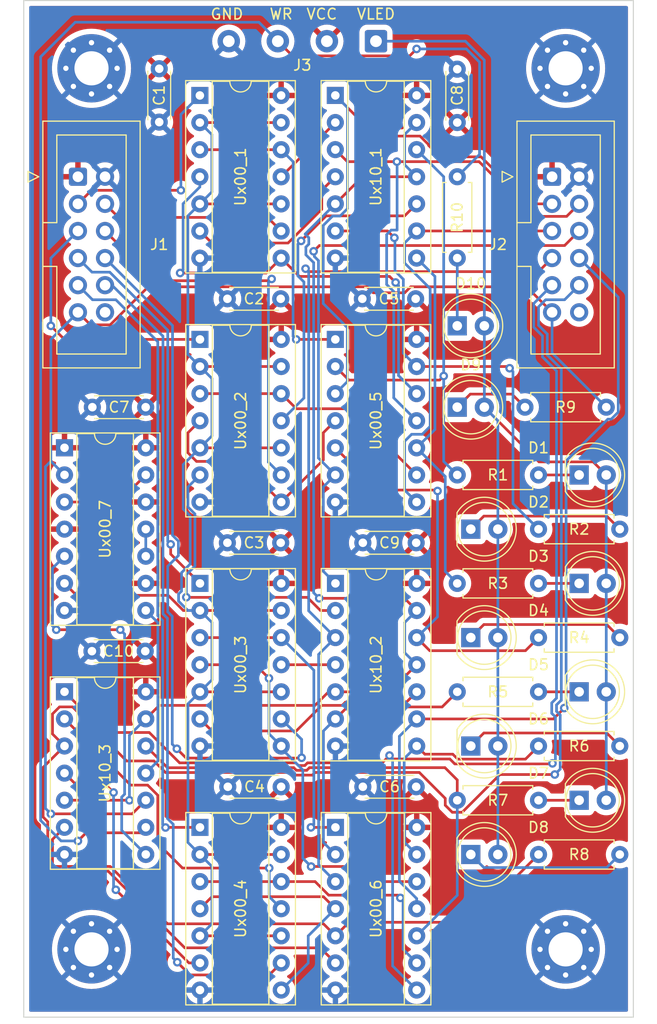
<source format=kicad_pcb>
(kicad_pcb (version 20211014) (generator pcbnew)
  (layers (0 "F.Cu" signal) (31 "B.Cu" signal) (34 "B.Paste" user) (35 "F.Paste" user) (36 "B.SilkS" user "B.Silkscreen") (37 "F.SilkS" user "F.Silkscreen") (38 "B.Mask" user) (39 "F.Mask" user) (44 "Edge.Cuts" user))
  (net 0 "")
  (net 1 "+5V")
  (net 2 "GND")
  (net 3 "Net-(D1-Pad1)")
  (net 4 "+5VL")
  (net 5 "Net-(D2-Pad1)")
  (net 6 "Net-(D3-Pad1)")
  (net 7 "Net-(D4-Pad1)")
  (net 8 "Net-(D5-Pad1)")
  (net 9 "Net-(D6-Pad1)")
  (net 10 "Net-(D7-Pad1)")
  (net 11 "Net-(D8-Pad1)")
  (net 12 "/D0")
  (net 13 "/D1")
  (net 14 "/D2")
  (net 15 "/D3")
  (net 16 "/D4")
  (net 17 "/D5")
  (net 18 "/D6")
  (net 19 "/D7")
  (net 20 "/CLK")
  (net 21 "/inport/CARRY")
  (net 22 "/Q0")
  (net 23 "/Q1")
  (net 24 "/Q2")
  (net 25 "/Q3")
  (net 26 "/Q4")
  (net 27 "/Q5")
  (net 28 "/Q6")
  (net 29 "/Q7")
  (net 30 "/outport/CARRY")
  (net 31 "/RST")
  (net 32 "/WR")
  (net 33 "/R0")
  (net 34 "/R1")
  (net 35 "/NTICK")
  (net 36 "/DELAY3")
  (net 37 "/DELAY1")
  (net 38 "/S1")
  (net 39 "/TICK")
  (net 40 "/DELAY2")
  (net 41 "/S0")
  (net 42 "/S2")
  (net 43 "/R2")
  (net 44 "/S3")
  (net 45 "/R3")
  (net 46 "/R4")
  (net 47 "/S4")
  (net 48 "/S5")
  (net 49 "/R5")
  (net 50 "/S6")
  (net 51 "/R6")
  (net 52 "/S7")
  (net 53 "/R7")
  (net 54 "Net-(R6-Pad1)")
  (net 55 "/NQ0")
  (net 56 "/NQ1")
  (net 57 "/NQ2")
  (net 58 "/NQ3")
  (net 59 "/NQ5")
  (net 60 "/NQ6")
  (net 61 "/NQ7")
  (net 62 "Net-(D9-Pad1)")
  (net 63 "Net-(D10-Pad1)")
  (footprint "Capacitor_THT:C_Disc_D4.3mm_W1.9mm_P5.00mm" (layer "F.Cu") (at 68.58 92.715 180)
    (fp_text reference "C4")
    (fp_text value "0.1uF")
  )
  (footprint "Resistor_THT:R_Axial_DIN0207_L6.3mm_D2.5mm_P7.62mm_Horizontal" (layer "F.Cu") (at 92.71 78.74)
    (fp_text reference "R4")
    (fp_text value "270")
  )
  (footprint "Resistor_THT:R_Axial_DIN0207_L6.3mm_D2.5mm_P7.62mm_Horizontal" (layer "F.Cu") (at 92.71 99.06)
    (fp_text reference "R8")
    (fp_text value "270")
  )
  (footprint "Resistor_THT:R_Axial_DIN0207_L6.3mm_D2.5mm_P7.62mm_Horizontal" (layer "F.Cu") (at 85.09 73.66)
    (fp_text reference "R3")
    (fp_text value "270")
  )
  (footprint "Package_DIP:DIP-14_W7.62mm_Socket" (layer "F.Cu") (at 48.27 83.815)
    (fp_text reference "Ux10_3")
    (fp_text value "74LS10")
  )
  (footprint "Resistor_THT:R_Axial_DIN0207_L6.3mm_D2.5mm_P7.62mm_Horizontal" (layer "F.Cu") (at 85.09 93.98)
    (fp_text reference "R7")
    (fp_text value "270")
  )
  (footprint "Capacitor_THT:C_Disc_D4.3mm_W1.9mm_P5.00mm" (layer "F.Cu") (at 57.15 25.44 -90)
    (fp_text reference "C1")
    (fp_text value "0.1uF")
  )
  (footprint "LED_THT:LED_D5.0mm" (layer "F.Cu") (at 85.09 49.53)
    (fp_text reference "D10")
    (fp_text value "LED")
  )
  (footprint "LED_THT:LED_D5.0mm" (layer "F.Cu") (at 96.52 73.66)
    (fp_text reference "D3")
    (fp_text value "LED")
  )
  (footprint "Capacitor_THT:C_Disc_D4.3mm_W1.9mm_P5.00mm" (layer "F.Cu") (at 85.09 30.48 90)
    (fp_text reference "C8")
    (fp_text value "0.1uF")
  )
  (footprint "Capacitor_THT:C_Disc_D4.3mm_W1.9mm_P5.00mm" (layer "F.Cu") (at 81.24 69.855 180)
    (fp_text reference "C9")
    (fp_text value "0.1uF")
  )
  (footprint "LED_THT:LED_D5.0mm" (layer "F.Cu") (at 86.36 99.06)
    (fp_text reference "D8")
    (fp_text value "LED")
  )
  (footprint "Capacitor_THT:C_Disc_D4.3mm_W1.9mm_P5.00mm" (layer "F.Cu") (at 81.24 92.715 180)
    (fp_text reference "C6")
    (fp_text value "0.1uF")
  )
  (footprint "LED_THT:LED_D5.0mm" (layer "F.Cu") (at 86.36 88.9)
    (fp_text reference "D6")
    (fp_text value "LED")
  )
  (footprint "LED_THT:LED_D5.0mm" (layer "F.Cu") (at 85.09 57.15)
    (fp_text reference "D9")
    (fp_text value "LED")
  )
  (footprint "LED_THT:LED_D5.0mm" (layer "F.Cu") (at 96.52 93.98)
    (fp_text reference "D7")
    (fp_text value "LED")
  )
  (footprint "Resistor_THT:R_Axial_DIN0207_L6.3mm_D2.5mm_P7.62mm_Horizontal" (layer "F.Cu") (at 85.09 83.82)
    (fp_text reference "R5")
    (fp_text value "270")
  )
  (footprint "Package_DIP:DIP-14_W7.62mm_Socket" (layer "F.Cu") (at 73.66 27.94)
    (fp_text reference "Ux10_1")
    (fp_text value "74LS10")
  )
  (footprint "Resistor_THT:R_Axial_DIN0207_L6.3mm_D2.5mm_P7.62mm_Horizontal" (layer "F.Cu") (at 85.09 63.5)
    (fp_text reference "R1")
    (fp_text value "270")
  )
  (footprint "Package_DIP:DIP-14_W7.62mm_Socket" (layer "F.Cu") (at 48.27 60.955)
    (fp_text reference "Ux00_7")
    (fp_text value "74HC00")
  )
  (footprint "Resistor_THT:R_Axial_DIN0207_L6.3mm_D2.5mm_P7.62mm_Horizontal" (layer "F.Cu") (at 85.09 35.56 -90)
    (fp_text reference "R10")
    (fp_text value "270")
  )
  (footprint "Package_DIP:DIP-14_W7.62mm_Socket" (layer "F.Cu") (at 73.67 96.52)
    (fp_text reference "Ux00_6")
    (fp_text value "74HC00")
  )
  (footprint "Package_DIP:DIP-14_W7.62mm_Socket" (layer "F.Cu") (at 73.67 73.66)
    (fp_text reference "Ux10_2")
    (fp_text value "74LS10")
  )
  (footprint "MountingHole:MountingHole_3.2mm_M3_Pad_Via" (layer "F.Cu") (at 95.25 25.4)
    (fp_text reference "H3")
    (fp_text value "MountingHole_Pad")
  )
  (footprint "Resistor_THT:R_Axial_DIN0207_L6.3mm_D2.5mm_P7.62mm_Horizontal" (layer "F.Cu") (at 92.71 68.58)
    (fp_text reference "R2")
    (fp_text value "270")
  )
  (footprint "Resistor_THT:R_Axial_DIN0207_L6.3mm_D2.5mm_P7.62mm_Horizontal" (layer "F.Cu") (at 92.71 88.9)
    (fp_text reference "R6")
    (fp_text value "270")
  )
  (footprint "Connector_Wire:SolderWire-0.5sqmm_1x04_P4.6mm_D0.9mm_OD2.1mm" (layer "F.Cu") (at 77.47 22.86 180)
    (fp_text reference "J3")
    (fp_text value "Conn_01x04_Male")
  )
  (footprint "Capacitor_THT:C_Disc_D4.3mm_W1.9mm_P5.00mm" (layer "F.Cu") (at 55.88 57.15 180)
    (fp_text reference "C7")
    (fp_text value "0.1uF")
  )
  (footprint "Package_DIP:DIP-14_W7.62mm_Socket" (layer "F.Cu") (at 60.97 73.66)
    (fp_text reference "Ux00_3")
    (fp_text value "74HC00")
  )
  (footprint "MountingHole:MountingHole_3.2mm_M3_Pad_Via" (layer "F.Cu") (at 95.25 107.95)
    (fp_text reference "H2")
    (fp_text value "MountingHole_Pad")
  )
  (footprint "MountingHole:MountingHole_3.2mm_M3_Pad_Via" (layer "F.Cu") (at 50.8 25.4)
    (fp_text reference "H1")
    (fp_text value "MountingHole_Pad")
  )
  (footprint "Capacitor_THT:C_Disc_D4.3mm_W1.9mm_P5.00mm" (layer "F.Cu") (at 68.54 46.995 180)
    (fp_text reference "C2")
    (fp_text value "0.1uF")
  )
  (footprint "Connector_IDC:IDC-Header_2x06_P2.54mm_Vertical" (layer "F.Cu") (at 93.98 35.56)
    (fp_text reference "J2")
    (fp_text value "Conn_02x06_Odd_Even")
  )
  (footprint "MountingHole:MountingHole_3.2mm_M3_Pad_Via" (layer "F.Cu") (at 50.8 107.95)
    (fp_text reference "H4")
    (fp_text value "MountingHole_Pad")
  )
  (footprint "LED_THT:LED_D5.0mm" (layer "F.Cu") (at 86.36 78.74)
    (fp_text reference "D4")
    (fp_text value "LED")
  )
  (footprint "LED_THT:LED_D5.0mm" (layer "F.Cu") (at 86.36 68.58)
    (fp_text reference "D2")
    (fp_text value "LED")
  )
  (footprint "LED_THT:LED_D5.0mm" (layer "F.Cu") (at 96.52 63.5)
    (fp_text reference "D1")
    (fp_text value "LED")
  )
  (footprint "Resistor_THT:R_Axial_DIN0207_L6.3mm_D2.5mm_P7.62mm_Horizontal" (layer "F.Cu") (at 99.06 57.15 180)
    (fp_text reference "R9")
    (fp_text value "270")
  )
  (footprint "Package_DIP:DIP-14_W7.62mm_Socket" (layer "F.Cu") (at 60.96 27.945)
    (fp_text reference "Ux00_1")
    (fp_text value "74HC00")
  )
  (footprint "Package_DIP:DIP-14_W7.62mm_Socket" (layer "F.Cu") (at 60.97 50.8)
    (fp_text reference "Ux00_2")
    (fp_text value "74HC00")
  )
  (footprint "Package_DIP:DIP-14_W7.62mm_Socket" (layer "F.Cu") (at 60.97 96.52)
    (fp_text reference "Ux00_4")
    (fp_text value "74HC00")
  )
  (footprint "Capacitor_THT:C_Disc_D4.3mm_W1.9mm_P5.00mm" (layer "F.Cu") (at 55.84 80.01 180)
    (fp_text reference "C10")
    (fp_text value "0.1uF")
  )
  (footprint "Capacitor_THT:C_Disc_D4.3mm_W1.9mm_P5.00mm" (layer "F.Cu") (at 68.54 69.855 180)
    (fp_text reference "C3")
    (fp_text value "0.1uF")
  )
  (footprint "Connector_IDC:IDC-Header_2x06_P2.54mm_Vertical" (layer "F.Cu") (at 49.53 35.56)
    (fp_text reference "J1")
    (fp_text value "Conn_02x06_Odd_Even")
  )
  (footprint "Package_DIP:DIP-14_W7.62mm_Socket" (layer "F.Cu") (at 73.66 50.8)
    (fp_text reference "Ux00_5")
    (fp_text value "74HC00")
  )
  (footprint "LED_THT:LED_D5.0mm" (layer "F.Cu") (at 96.52 83.82)
    (fp_text reference "D5")
    (fp_text value "LED")
  )
  (footprint "Capacitor_THT:C_Disc_D4.3mm_W1.9mm_P5.00mm" (layer "F.Cu") (at 81.19 46.995 180)
    (fp_text reference "C5")
    (fp_text value "0.1uF")
  )
  (gr_line (start 44.45 19.05) (end 44.45 114.3) (layer "Edge.Cuts") (width 0.1))
  (gr_line (start 101.6 19.05) (end 101.6 114.3) (layer "Edge.Cuts") (width 0.1))
  (gr_line (start 101.6 114.3) (end 44.45 114.3) (layer "Edge.Cuts") (width 0.1))
  (gr_line (start 44.45 19.05) (end 101.6 19.05) (layer "Edge.Cuts") (width 0.1))
  (gr_text "WR" (at 68.58 20.32) (layer "F.SilkS") (effects (font (size 1 1))))
  (gr_text "GND" (at 63.5 20.32) (layer "F.SilkS") (effects (font (size 1 1))))
  (gr_text "VCC" (at 72.39 20.32) (layer "F.SilkS") (effects (font (size 1 1))))
  (gr_text "VLED" (at 77.47 20.32) (layer "F.SilkS") (effects (font (size 1 1))))
  (segment (start 96.52 63.5) (end 92.71 63.5) (width 0.25) (layer "F.Cu") (net 3))
  (segment (start 92.755489 62.275489) (end 87.63 57.15) (width 0.25) (layer "F.Cu") (net 4))
  (segment (start 99.06 63.5) (end 97.835489 62.275489) (width 0.25) (layer "F.Cu") (net 4))
  (segment (start 97.835489 62.275489) (end 92.755489 62.275489) (width 0.25) (layer "F.Cu") (net 4))
  (segment (start 99.06 93.98) (end 99.06 83.82) (width 0.25) (layer "B.Cu") (net 4))
  (segment (start 99.06 63.5) (end 99.06 73.66) (width 0.25) (layer "B.Cu") (net 4))
  (segment (start 88.9 78.74) (end 88.9 68.58) (width 0.25) (layer "B.Cu") (net 4))
  (segment (start 88.9 99.06) (end 88.9 88.9) (width 0.25) (layer "B.Cu") (net 4))
  (segment (start 85.852 22.86) (end 77.47 22.86) (width 0.25) (layer "B.Cu") (net 4))
  (segment (start 88.9 88.9) (end 88.9 78.74) (width 0.25) (layer "B.Cu") (net 4))
  (segment (start 87.63 24.638) (end 85.852 22.86) (width 0.25) (layer "B.Cu") (net 4))
  (segment (start 99.06 83.82) (end 99.06 73.66) (width 0.25) (layer "B.Cu") (net 4))
  (segment (start 87.63 49.53) (end 87.63 24.638) (width 0.25) (layer "B.Cu") (net 4))
  (segment (start 87.63 57.15) (end 87.63 49.53) (width 0.25) (layer "B.Cu") (net 4))
  (segment (start 88.9 68.58) (end 88.9 58.42) (width 0.25) (layer "B.Cu") (net 4))
  (segment (start 88.9 58.42) (end 87.63 57.15) (width 0.25) (layer "B.Cu") (net 4))
  (segment (start 100.33 68.58) (end 99.105489 67.355489) (width 0.25) (layer "F.Cu") (net 5))
  (segment (start 87.584511 67.355489) (end 86.36 68.58) (width 0.25) (layer "F.Cu") (net 5))
  (segment (start 99.105489 67.355489) (end 87.584511 67.355489) (width 0.25) (layer "F.Cu") (net 5))
  (segment (start 92.71 73.66) (end 96.52 73.66) (width 0.25) (layer "F.Cu") (net 6))
  (segment (start 87.584511 77.515489) (end 86.36 78.74) (width 0.25) (layer "F.Cu") (net 7))
  (segment (start 99.105489 77.515489) (end 87.584511 77.515489) (width 0.25) (layer "F.Cu") (net 7))
  (segment (start 100.33 78.74) (end 99.105489 77.515489) (width 0.25) (layer "F.Cu") (net 7))
  (segment (start 96.52 83.82) (end 92.71 83.82) (width 0.25) (layer "F.Cu") (net 8))
  (segment (start 99.105489 87.675489) (end 87.584511 87.675489) (width 0.25) (layer "F.Cu") (net 9))
  (segment (start 87.584511 87.675489) (end 86.36 88.9) (width 0.25) (layer "F.Cu") (net 9))
  (segment (start 100.33 88.9) (end 99.105489 87.675489) (width 0.25) (layer "F.Cu") (net 9))
  (segment (start 96.52 93.98) (end 92.71 93.98) (width 0.25) (layer "F.Cu") (net 10))
  (segment (start 87.584511 100.284511) (end 86.36 99.06) (width 0.25) (layer "B.Cu") (net 11))
  (segment (start 99.105489 100.284511) (end 87.584511 100.284511) (width 0.25) (layer "B.Cu") (net 11))
  (segment (start 100.33 99.06) (end 99.105489 100.284511) (width 0.25) (layer "B.Cu") (net 11))
  (segment (start 50.8 36.83) (end 59.182 36.83) (width 0.25) (layer "F.Cu") (net 12))
  (segment (start 49.53 38.1) (end 50.8 36.83) (width 0.25) (layer "F.Cu") (net 12))
  (via (at 59.182 36.83) (size 0.8) (drill 0.4) (layers "F.Cu" "B.Cu") (net 12))
  (segment (start 59.182 36.83) (end 59.182 29.723) (width 0.25) (layer "B.Cu") (net 12))
  (segment (start 59.182 29.723) (end 60.96 27.945) (width 0.25) (layer "B.Cu") (net 12))
  (segment (start 53.34 39.37) (end 67.305 39.37) (width 0.25) (layer "F.Cu") (net 13))
  (segment (start 52.07 38.1) (end 53.34 39.37) (width 0.25) (layer "F.Cu") (net 13))
  (segment (start 67.305 39.37) (end 68.58 40.645) (width 0.25) (layer "F.Cu") (net 13))
  (segment (start 46.99 49.53) (end 48.26 50.8) (width 0.25) (layer "F.Cu") (net 14))
  (segment (start 48.26 50.8) (end 60.97 50.8) (width 0.25) (layer "F.Cu") (net 14))
  (via (at 46.99 49.53) (size 0.8) (drill 0.4) (layers "F.Cu" "B.Cu") (net 14))
  (segment (start 46.99 43.18) (end 46.99 49.53) (width 0.25) (layer "B.Cu") (net 14))
  (segment (start 49.53 40.64) (end 46.99 43.18) (width 0.25) (layer "B.Cu") (net 14))
  (segment (start 67.525289 45.301511) (end 56.731511 45.301511) (width 0.25) (layer "F.Cu") (net 15))
  (segment (start 56.731511 45.301511) (end 52.07 40.64) (width 0.25) (layer "F.Cu") (net 15))
  (segment (start 67.691 45.1358) (end 67.525289 45.301511) (width 0.25) (layer "F.Cu") (net 15))
  (via (at 67.691 45.1358) (size 0.8) (drill 0.4) (layers "F.Cu" "B.Cu") (net 15))
  (segment (start 67.3862 45.4406) (end 67.691 45.1358) (width 0.25) (layer "B.Cu") (net 15))
  (segment (start 68.59 63.5) (end 67.3862 62.2962) (width 0.25) (layer "B.Cu") (net 15))
  (segment (start 67.3862 62.2962) (end 67.3862 45.4406) (width 0.25) (layer "B.Cu") (net 15))
  (segment (start 58.2245 70) (end 58.2245 70.9145) (width 0.25) (layer "F.Cu") (net 16))
  (segment (start 58.2245 70.9145) (end 60.97 73.66) (width 0.25) (layer "F.Cu") (net 16))
  (via (at 58.2245 70) (size 0.8) (drill 0.4) (layers "F.Cu" "B.Cu") (net 16))
  (segment (start 52.51101 44.5) (end 50.85 44.5) (width 0.25) (layer "B.Cu") (net 16))
  (segment (start 57.94952 49.93851) (end 52.51101 44.5) (width 0.25) (layer "B.Cu") (net 16))
  (segment (start 57.94952 69.72502) (end 57.94952 49.93851) (width 0.25) (layer "B.Cu") (net 16))
  (segment (start 58.2245 70) (end 57.94952 69.72502) (width 0.25) (layer "B.Cu") (net 16))
  (segment (start 50.85 44.5) (end 49.53 43.18) (width 0.25) (layer "B.Cu") (net 16))
  (segment (start 59.671511 90.024511) (end 70.475489 90.024511) (width 0.25) (layer "F.Cu") (net 17))
  (segment (start 58.801 89.154) (end 59.671511 90.024511) (width 0.25) (layer "F.Cu") (net 17))
  (segment (start 70.475489 90.024511) (end 70.5 90) (width 0.25) (layer "F.Cu") (net 17))
  (via (at 70.5 90) (size 0.8) (drill 0.4) (layers "F.Cu" "B.Cu") (net 17))
  (via (at 58.801 89.154) (size 0.8) (drill 0.4) (layers "F.Cu" "B.Cu") (net 17))
  (segment (start 70.5 88.27) (end 68.59 86.36) (width 0.25) (layer "B.Cu") (net 17))
  (segment (start 58.39904 69.149926) (end 58.39904 49.50904) (width 0.25) (layer "B.Cu") (net 17))
  (segment (start 58.37156 76.746402) (end 57.94952 76.324362) (width 0.25) (layer "B.Cu") (net 17))
  (segment (start 58.37156 88.72456) (end 58.37156 76.746402) (width 0.25) (layer "B.Cu") (net 17))
  (segment (start 70.5 90) (end 70.5 88.27) (width 0.25) (layer "B.Cu") (net 17))
  (segment (start 57.94952 76.324362) (end 57.94952 72.05048) (width 0.25) (layer "B.Cu") (net 17))
  (segment (start 58.949011 71.050989) (end 58.949011 69.699897) (width 0.25) (layer "B.Cu") (net 17))
  (segment (start 58.801 89.154) (end 58.37156 88.72456) (width 0.25) (layer "B.Cu") (net 17))
  (segment (start 58.949011 69.699897) (end 58.39904 69.149926) (width 0.25) (layer "B.Cu") (net 17))
  (segment (start 57.94952 72.05048) (end 58.949011 71.050989) (width 0.25) (layer "B.Cu") (net 17))
  (segment (start 58.39904 49.50904) (end 52.07 43.18) (width 0.25) (layer "B.Cu") (net 17))
  (segment (start 57.751503 96.52) (end 60.97 96.52) (width 0.25) (layer "F.Cu") (net 18))
  (segment (start 57.739011 96.532492) (end 57.751503 96.52) (width 0.25) (layer "F.Cu") (net 18))
  (via (at 57.739011 96.532492) (size 0.8) (drill 0.4) (layers "F.Cu" "B.Cu") (net 18))
  (segment (start 57.014511 76.683793) (end 57.014511 51.014511) (width 0.25) (layer "B.Cu") (net 18))
  (segment (start 50.895489 47.085489) (end 49.53 45.72) (width 0.25) (layer "B.Cu") (net 18))
  (segment (start 57.739011 96.532492) (end 57.47252 96.266001) (width 0.25) (layer "B.Cu") (net 18))
  (segment (start 57.014511 51.014511) (end 53.085489 47.085489) (width 0.25) (layer "B.Cu") (net 18))
  (segment (start 57.47252 96.266001) (end 57.47252 77.141802) (width 0.25) (layer "B.Cu") (net 18))
  (segment (start 57.47252 77.141802) (end 57.014511 76.683793) (width 0.25) (layer "B.Cu") (net 18))
  (segment (start 53.085489 47.085489) (end 50.895489 47.085489) (width 0.25) (layer "B.Cu") (net 18))
  (segment (start 67.465489 110.344511) (end 61 110.344511) (width 0.25) (layer "F.Cu") (net 19))
  (segment (start 61 110.344511) (end 60.035315 110.344511) (width 0.25) (layer "F.Cu") (net 19))
  (segment (start 68.59 109.22) (end 67.465489 110.344511) (width 0.25) (layer "F.Cu") (net 19))
  (segment (start 60.035315 110.344511) (end 58.845402 109.154598) (width 0.25) (layer "F.Cu") (net 19))
  (via (at 58.845402 109.154598) (size 0.8) (drill 0.4) (layers "F.Cu" "B.Cu") (net 19))
  (segment (start 57.92204 95.690907) (end 57.92204 76.9326) (width 0.25) (layer "B.Cu") (net 19))
  (segment (start 58.845402 109.154598) (end 58.463522 108.772718) (width 0.25) (layer "B.Cu") (net 19))
  (segment (start 58.463522 96.232389) (end 57.92204 95.690907) (width 0.25) (layer "B.Cu") (net 19))
  (segment (start 57.5 76.51056) (end 57.5 50.5) (width 0.25) (layer "B.Cu") (net 19))
  (segment (start 58.463522 108.772718) (end 58.463522 96.232389) (width 0.25) (layer "B.Cu") (net 19))
  (segment (start 52.72 45.72) (end 52.07 45.72) (width 0.25) (layer "B.Cu") (net 19))
  (segment (start 57.5 50.5) (end 52.72 45.72) (width 0.25) (layer "B.Cu") (net 19))
  (segment (start 57.92204 76.9326) (end 57.5 76.51056) (width 0.25) (layer "B.Cu") (net 19))
  (segment (start 54.615 95.25) (end 55.89 93.975) (width 0.25) (layer "F.Cu") (net 20))
  (segment (start 80.724211 45.870489) (end 91.590489 45.870489) (width 0.25) (layer "F.Cu") (net 20))
  (segment (start 76.655789 45.870489) (end 77.2165 46.4312) (width 0.25) (layer "F.Cu") (net 20))
  (segment (start 52.556499 49.434511) (end 56.120521 45.870489) (width 0.25) (layer "F.Cu") (net 20))
  (segment (start 49.53 48.26) (end 50.704511 49.434511) (width 0.25) (layer "F.Cu") (net 20))
  (segment (start 80.1635 46.4312) (end 80.724211 45.870489) (width 0.25) (layer "F.Cu") (net 20))
  (segment (start 77.2165 46.4312) (end 80.1635 46.4312) (width 0.25) (layer "F.Cu") (net 20))
  (segment (start 56.120521 45.870489) (end 76.655789 45.870489) (width 0.25) (layer "F.Cu") (net 20))
  (segment (start 46.99 95.25) (end 54.615 95.25) (width 0.25) (layer "F.Cu") (net 20))
  (segment (start 91.590489 45.870489) (end 93.98 48.26) (width 0.25) (layer "F.Cu") (net 20))
  (segment (start 50.704511 49.434511) (end 52.556499 49.434511) (width 0.25) (layer "F.Cu") (net 20))
  (via (at 46.99 95.25) (size 0.8) (drill 0.4) (layers "F.Cu" "B.Cu") (net 20))
  (segment (start 93.98 48.26) (end 93.98 52.07) (width 0.25) (layer "B.Cu") (net 20))
  (segment (start 46.482 62.723) (end 46.99 62.215) (width 0.25) (layer "B.Cu") (net 20))
  (segment (start 46.482 94.742) (end 46.482 62.723) (width 0.25) (layer "B.Cu") (net 20))
  (segment (start 46.99 50.8) (end 46.99 62.215) (width 0.25) (layer "B.Cu") (net 20))
  (segment (start 46.99 95.25) (end 46.482 94.742) (width 0.25) (layer "B.Cu") (net 20))
  (segment (start 93.98 52.07) (end 99.06 57.15) (width 0.25) (layer "B.Cu") (net 20))
  (segment (start 49.53 48.26) (end 46.99 50.8) (width 0.25) (layer "B.Cu") (net 20))
  (segment (start 46.99 62.215) (end 48.27 63.495) (width 0.25) (layer "B.Cu") (net 20))
  (segment (start 83.478991 33.694991) (end 82.404511 32.620511) (width 0.25) (layer "F.Cu") (net 22))
  (segment (start 87.322858 33.694991) (end 83.478991 33.694991) (width 0.25) (layer "F.Cu") (net 22))
  (segment (start 82.404511 32.620511) (end 82.404511 32.554211) (width 0.25) (layer "F.Cu") (net 22))
  (segment (start 91.727868 38.1) (end 87.322858 33.694991) (width 0.25) (layer "F.Cu") (net 22))
  (segment (start 93.98 38.1) (end 91.727868 38.1) (width 0.25) (layer "F.Cu") (net 22))
  (segment (start 82.404511 32.554211) (end 81.6003 31.75) (width 0.25) (layer "F.Cu") (net 22))
  (segment (start 77.47 31.75) (end 73.66 27.94) (width 0.25) (layer "F.Cu") (net 22))
  (segment (start 81.6003 31.75) (end 77.47 31.75) (width 0.25) (layer "F.Cu") (net 22))
  (segment (start 73.406 39.243) (end 74.1073 39.243) (width 0.25) (layer "B.Cu") (net 22))
  (segment (start 73.66 55.88) (end 74.784511 54.755489) (width 0.25) (layer "B.Cu") (net 22))
  (segment (start 74.784511 54.755489) (end 74.784511 49.696991) (width 0.25) (layer "B.Cu") (net 22))
  (segment (start 74.803 38.5473) (end 74.803 29.083) (width 0.25) (layer "B.Cu") (net 22))
  (segment (start 74.803 29.083) (end 73.66 27.94) (width 0.25) (layer "B.Cu") (net 22))
  (segment (start 74.1073 39.243) (end 74.803 38.5473) (width 0.25) (layer "B.Cu") (net 22))
  (segment (start 74.784511 49.696991) (end 72.52704 47.43952) (width 0.25) (layer "B.Cu") (net 22))
  (segment (start 72.52704 40.12196) (end 73.406 39.243) (width 0.25) (layer "B.Cu") (net 22))
  (segment (start 72.52704 47.43952) (end 72.52704 40.12196) (width 0.25) (layer "B.Cu") (net 22))
  (segment (start 95.345489 39.274511) (end 96.52 38.1) (width 0.25) (layer "F.Cu") (net 23))
  (segment (start 74.784511 34.144511) (end 73.66 33.02) (width 0.25) (layer "F.Cu") (net 23))
  (segment (start 92.266661 39.274511) (end 95.345489 39.274511) (width 0.25) (layer "F.Cu") (net 23))
  (segment (start 79.430989 34.144511) (end 87.136661 34.144511) (width 0.25) (layer "F.Cu") (net 23))
  (segment (start 87.136661 34.144511) (end 92.266661 39.274511) (width 0.25) (layer "F.Cu") (net 23))
  (segment (start 79.430989 34.144511) (end 74.784511 34.144511) (width 0.25) (layer "F.Cu") (net 23))
  (via (at 79.430989 34.144511) (size 0.8) (drill 0.4) (layers "F.Cu" "B.Cu") (net 23))
  (segment (start 79.4512 40.556478) (end 78.897097 40.556478) (width 0.25) (layer "B.Cu") (net 23))
  (segment (start 79.4512 34.164722) (end 79.4512 40.556478) (width 0.25) (layer "B.Cu") (net 23))
  (segment (start 78.472689 45.651885) (end 79.136878 46.316074) (width 0.25) (layer "B.Cu") (net 23))
  (segment (start 78.472689 40.980886) (end 78.472689 45.651885) (width 0.25) (layer "B.Cu") (net 23))
  (segment (start 79.430989 34.144511) (end 79.4512 34.164722) (width 0.25) (layer "B.Cu") (net 23))
  (segment (start 79.136878 56.276878) (end 81.28 58.42) (width 0.25) (layer "B.Cu") (net 23))
  (segment (start 78.897097 40.556478) (end 78.472689 40.980886) (width 0.25) (layer "B.Cu") (net 23))
  (segment (start 79.136878 46.316074) (end 79.136878 56.276878) (width 0.25) (layer "B.Cu") (net 23))
  (segment (start 81.28 40.64) (end 93.98 40.64) (width 0.25) (layer "F.Cu") (net 24))
  (segment (start 80.155489 64.915489) (end 80.155489 60.344511) (width 0.25) (layer "B.Cu") (net 24))
  (segment (start 80.155489 43.645789) (end 80.155489 41.764511) (width 0.25) (layer "B.Cu") (net 24))
  (segment (start 81.28 66.04) (end 80.155489 64.915489) (width 0.25) (layer "B.Cu") (net 24))
  (segment (start 82.55048 58.94952) (end 82.55048 46.04078) (width 0.25) (layer "B.Cu") (net 24))
  (segment (start 80.155489 41.764511) (end 81.28 40.64) (width 0.25) (layer "B.Cu") (net 24))
  (segment (start 82.55048 46.04078) (end 80.155489 43.645789) (width 0.25) (layer "B.Cu") (net 24))
  (segment (start 80.81 59.69) (end 81.81 59.69) (width 0.25) (layer "B.Cu") (net 24))
  (segment (start 80.155489 60.344511) (end 80.81 59.69) (width 0.25) (layer "B.Cu") (net 24))
  (segment (start 81.81 59.69) (end 82.55048 58.94952) (width 0.25) (layer "B.Cu") (net 24))
  (segment (start 72.164345 42.005489) (end 95.154511 42.005489) (width 0.25) (layer "F.Cu") (net 25))
  (segment (start 71.624834 42.545) (end 72.164345 42.005489) (width 0.25) (layer "F.Cu") (net 25))
  (segment (start 95.154511 42.005489) (end 96.52 40.64) (width 0.25) (layer "F.Cu") (net 25))
  (via (at 71.624834 42.545) (size 0.8) (drill 0.4) (layers "F.Cu" "B.Cu") (net 25))
  (segment (start 72.535489 72.525489) (end 73.67 73.66) (width 0.25) (layer "B.Cu") (net 25))
  (segment (start 71.69652 42.616686) (end 71.69652 43.035894) (width 0.25) (layer "B.Cu") (net 25))
  (segment (start 72.535489 64.624511) (end 72.535489 72.525489) (width 0.25) (layer "B.Cu") (net 25))
  (segment (start 72.07752 43.416895) (end 72.07752 61.91752) (width 0.25) (layer "B.Cu") (net 25))
  (segment (start 71.624834 42.545) (end 71.69652 42.616686) (width 0.25) (layer "B.Cu") (net 25))
  (segment (start 73.66 63.5) (end 72.535489 64.624511) (width 0.25) (layer "B.Cu") (net 25))
  (segment (start 71.69652 43.035894) (end 72.07752 43.416895) (width 0.25) (layer "B.Cu") (net 25))
  (segment (start 72.07752 61.91752) (end 73.66 63.5) (width 0.25) (layer "B.Cu") (net 25))
  (segment (start 92.71 44.45) (end 93.98 43.18) (width 0.25) (layer "F.Cu") (net 26))
  (segment (start 70.87162 44.17502) (end 71.1466 44.45) (width 0.25) (layer "F.Cu") (net 26))
  (segment (start 71.1466 44.45) (end 92.71 44.45) (width 0.25) (layer "F.Cu") (net 26))
  (via (at 70.87162 44.17502) (size 0.8) (drill 0.4) (layers "F.Cu" "B.Cu") (net 26))
  (segment (start 72.095969 100.025969) (end 72.095969 80.314031) (width 0.25) (layer "B.Cu") (net 26))
  (segment (start 70.87162 44.17502) (end 71.163534 44.466934) (width 0.25) (layer "B.Cu") (net 26))
  (segment (start 72.095969 80.314031) (end 73.67 78.74) (width 0.25) (layer "B.Cu") (net 26))
  (segment (start 71.163534 76.233534) (end 73.67 78.74) (width 0.25) (layer "B.Cu") (net 26))
  (segment (start 73.67 101.6) (end 72.095969 100.025969) (width 0.25) (layer "B.Cu") (net 26))
  (segment (start 71.163534 44.466934) (end 71.163534 76.233534) (width 0.25) (layer "B.Cu") (net 26))
  (segment (start 94.107 86.36) (end 81.29 86.36) (width 0.25) (layer "F.Cu") (net 27))
  (segment (start 95.123 85.344) (end 94.107 86.36) (width 0.25) (layer "F.Cu") (net 27))
  (via (at 95.123 85.344) (size 0.8) (drill 0.4) (layers "F.Cu" "B.Cu") (net 27))
  (segment (start 81.29 103.1903) (end 79.665969 101.566269) (width 0.25) (layer "B.Cu") (net 27))
  (segment (start 95.295489 62.184511) (end 99.205489 58.274511) (width 0.25) (layer "B.Cu") (net 27))
  (segment (start 95.123 85.344) (end 95.295489 85.171511) (width 0.25) (layer "B.Cu") (net 27))
  (segment (start 100.184511 46.844511) (end 96.52 43.18) (width 0.25) (layer "B.Cu") (net 27))
  (segment (start 79.665969 101.566269) (end 79.665969 87.984031) (width 0.25) (layer "B.Cu") (net 27))
  (segment (start 79.665969 87.984031) (end 81.29 86.36) (width 0.25) (layer "B.Cu") (net 27))
  (segment (start 100.184511 57.615789) (end 100.184511 46.844511) (width 0.25) (layer "B.Cu") (net 27))
  (segment (start 95.295489 85.171511) (end 95.295489 62.184511) (width 0.25) (layer "B.Cu") (net 27))
  (segment (start 99.525789 58.274511) (end 100.184511 57.615789) (width 0.25) (layer "B.Cu") (net 27))
  (segment (start 81.29 104.14) (end 81.29 103.1903) (width 0.25) (layer "B.Cu") (net 27))
  (segment (start 99.205489 58.274511) (end 99.525789 58.274511) (width 0.25) (layer "B.Cu") (net 27))
  (segment (start 84.859031 90.574031) (end 84.39652 90.11152) (width 0.25) (layer "F.Cu") (net 28))
  (segment (start 93.965035 90.574031) (end 84.859031 90.574031) (width 0.25) (layer "F.Cu") (net 28))
  (segment (start 94.0175 90.521566) (end 93.965035 90.574031) (width 0.25) (layer "F.Cu") (net 28))
  (segment (start 71.050583 90.474031) (end 78.054969 90.474031) (width 0.25) (layer "F.Cu") (net 28))
  (segment (start 48.27 83.815) (end 52.085 87.63) (width 0.25) (layer "F.Cu") (net 28))
  (segment (start 64.312031 90.474031) (end 69.949417 90.474031) (width 0.25) (layer "F.Cu") (net 28))
  (segment (start 70.199897 90.724511) (end 70.800103 90.724511) (width 0.25) (layer "F.Cu") (net 28))
  (segment (start 84.39652 90.11152) (end 79.06252 90.11152) (width 0.25) (layer "F.Cu") (net 28))
  (segment (start 69.949417 90.474031) (end 70.199897 90.724511) (width 0.25) (layer "F.Cu") (net 28))
  (segment (start 79.06252 90.11152) (end 78.74 89.789) (width 0.25) (layer "F.Cu") (net 28))
  (segment (start 64.312031 90.474031) (end 64.389 90.474031) (width 0.25) (layer "F.Cu") (net 28))
  (segment (start 52.085 87.63) (end 56.2153 87.63) (width 0.25) (layer "F.Cu") (net 28))
  (segment (start 78.054969 90.474031) (end 78.74 89.789) (width 0.25) (layer "F.Cu") (net 28))
  (segment (start 56.2153 87.63) (end 59.059331 90.474031) (width 0.25) (layer "F.Cu") (net 28))
  (segment (start 59.059331 90.474031) (end 64.312031 90.474031) (width 0.25) (layer "F.Cu") (net 28))
  (segment (start 70.800103 90.724511) (end 71.050583 90.474031) (width 0.25) (layer "F.Cu") (net 28))
  (via (at 78.74 89.789) (size 0.8) (drill 0.4) (layers "F.Cu" "B.Cu") (net 28))
  (via (at 94.0175 90.521566) (size 0.8) (drill 0.4) (layers "F.Cu" "B.Cu") (net 28))
  (segment (start 93.08096 52.442395) (end 94.396449 53.757885) (width 0.25) (layer "B.Cu") (net 28))
  (segment (start 93.98 45.72) (end 92.26048 47.43952) (width 0.25) (layer "B.Cu") (net 28))
  (segment (start 94.396449 53.757885) (end 94.396449 84.410219) (width 0.25) (layer "B.Cu") (net 28))
  (segment (start 92.26048 47.43952) (end 92.26048 49.657717) (width 0.25) (layer "B.Cu") (net 28))
  (segment (start 93.948969 85.830301) (end 94.29248 86.173811) (width 0.25) (layer "B.Cu") (net 28))
  (segment (start 92.26048 49.657717) (end 93.08096 50.478198) (width 0.25) (layer "B.Cu") (net 28))
  (segment (start 93.08096 50.478198) (end 93.08096 52.442395) (width 0.25) (layer "B.Cu") (net 28))
  (segment (start 79.031489 109.501489) (end 81.29 111.76) (width 0.25) (layer "B.Cu") (net 28))
  (segment (start 94.29248 90.246586) (end 94.0175 90.521566) (width 0.25) (layer "B.Cu") (net 28))
  (segment (start 94.29248 86.173811) (end 94.29248 90.246586) (width 0.25) (layer "B.Cu") (net 28))
  (segment (start 93.948969 84.8577) (end 93.948969 85.830301) (width 0.25) (layer "B.Cu") (net 28))
  (segment (start 79.031489 109.501489) (end 79.031489 90.080489) (width 0.25) (layer "B.Cu") (net 28))
  (segment (start 79.031489 90.080489) (end 78.74 89.789) (width 0.25) (layer "B.Cu") (net 28))
  (segment (start 94.396449 84.410219) (end 93.948969 84.8577) (width 0.25) (layer "B.Cu") (net 28))
  (segment (start 71.755 91.373071) (end 71.50452 91.623551) (width 0.25) (layer "F.Cu") (net 29))
  (segment (start 72.254511 107.804511) (end 59.544511 107.804511) (width 0.25) (layer "F.Cu") (net 29))
  (segment (start 54.093278 90.297) (end 49.026767 85.230489) (width 0.25) (layer "F.Cu") (net 29))
  (segment (start 47.161313 100.629031) (end 46.695969 100.163686) (width 0.25) (layer "F.Cu") (net 29))
  (segment (start 47.145489 87.770489) (end 48.27 88.895) (width 0.25) (layer "F.Cu") (net 29))
  (segment (start 57.740802 91.38152) (end 56.656282 90.297) (width 0.25) (layer "F.Cu") (net 29))
  (segment (start 49.026767 85.230489) (end 47.804211 85.230489) (width 0.25) (layer "F.Cu") (net 29))
  (segment (start 71.50452 91.623551) (end 69.827503 91.623551) (width 0.25) (layer "F.Cu") (net 29))
  (segment (start 94.234 91.567) (end 89.0933 91.567) (width 0.25) (layer "F.Cu") (net 29))
  (segment (start 61.595 91.373071) (end 61.586551 91.38152) (width 0.25) (layer "F.Cu") (net 29))
  (segment (start 47.804211 85.230489) (end 47.145489 85.889211) (width 0.25) (layer "F.Cu") (net 29))
  (segment (start 89.0933 91.567) (end 85.555789 95.104511) (width 0.25) (layer "F.Cu") (net 29))
  (segment (start 46.695969 100.163686) (end 46.695969 95.980583) (width 0.25) (layer "F.Cu") (net 29))
  (segment (start 69.577023 91.373071) (end 61.595 91.373071) (width 0.25) (layer "F.Cu") (net 29))
  (segment (start 83.965489 94.445789) (end 83.965489 93.80456) (width 0.25) (layer "F.Cu") (net 29))
  (segment (start 85.555789 95.104511) (end 84.624211 95.104511) (width 0.25) (layer "F.Cu") (net 29))
  (segment (start 46.695969 95.980583) (end 46.265489 95.550103) (width 0.25) (layer "F.Cu") (net 29))
  (segment (start 69.827503 91.623551) (end 69.577023 91.373071) (width 0.25) (layer "F.Cu") (net 29))
  (segment (start 61.586551 91.38152) (end 57.740802 91.38152) (width 0.25) (layer "F.Cu") (net 29))
  (segment (start 52.369031 100.629031) (end 47.161313 100.629031) (width 0.25) (layer "F.Cu") (net 29))
  (segment (start 59.544511 107.804511) (end 52.369031 100.629031) (width 0.25) (layer "F.Cu") (net 29))
  (segment (start 73.67 109.22) (end 72.254511 107.804511) (width 0.25) (layer "F.Cu") (net 29))
  (segment (start 81.534 91.373071) (end 71.755 91.373071) (width 0.25) (layer "F.Cu") (net 29))
  (segment (start 84.624211 95.104511) (end 83.965489 94.445789) (width 0.25) (layer "F.Cu") (net 29))
  (segment (start 56.656282 90.297) (end 54.093278 90.297) (width 0.25) (layer "F.Cu") (net 29))
  (segment (start 83.965489 93.80456) (end 81.534 91.373071) (width 0.25) (layer "F.Cu") (net 29))
  (segment (start 46.265489 95.550103) (end 46.265489 90.899511) (width 0.25) (layer "F.Cu") (net 29))
  (segment (start 47.145489 85.889211) (end 47.145489 87.770489) (width 0.25) (layer "F.Cu") (net 29))
  (segment (start 46.265489 90.899511) (end 48.27 88.895) (width 0.25) (layer "F.Cu") (net 29))
  (via (at 94.234 91.567) (size 0.8) (drill 0.4) (layers "F.Cu" "B.Cu") (net 29))
  (segment (start 93.376511 47.085489) (end 92.71 47.752) (width 0.25) (layer "B.Cu") (net 29))
  (segment (start 92.71 49.47152) (end 93.53048 50.292) (width 0.25) (layer "B.Cu") (net 29))
  (segment (start 94.822897 84.619489) (end 94.398489 85.043897) (width 0.25) (layer "B.Cu") (net 29))
  (segment (start 93.53048 50.292) (end 93.53048 52.256198) (width 0.25) (layer "B.Cu") (net 29))
  (segment (start 95.154511 47.085489) (end 93.376511 47.085489) (width 0.25) (layer "B.Cu") (net 29))
  (segment (start 92.71 47.752) (end 92.71 49.47152) (width 0.25) (layer "B.Cu") (net 29))
  (segment (start 93.53048 52.256198) (end 94.845969 53.571687) (width 0.25) (layer "B.Cu") (net 29))
  (segment (start 94.398489 85.644103) (end 94.742 85.987614) (width 0.25) (layer "B.Cu") (net 29))
  (segment (start 94.742 91.059) (end 94.234 91.567) (width 0.25) (layer "B.Cu") (net 29))
  (segment (start 94.742 85.987614) (end 94.742 91.059) (width 0.25) (layer "B.Cu") (net 29))
  (segment (start 94.845969 84.619489) (end 94.822897 84.619489) (width 0.25) (layer "B.Cu") (net 29))
  (segment (start 96.52 45.72) (end 95.154511 47.085489) (width 0.25) (layer "B.Cu") (net 29))
  (segment (start 94.845969 53.571687) (end 94.845969 84.619489) (width 0.25) (layer "B.Cu") (net 29))
  (segment (start 94.398489 85.043897) (end 94.398489 85.644103) (width 0.25) (layer "B.Cu") (net 29))
  (segment (start 54.351 93.975) (end 54.356 93.98) (width 0.25) (layer "F.Cu") (net 31))
  (segment (start 78.74 83.82) (end 73.67 83.82) (width 0.25) (layer "F.Cu") (net 31))
  (segment (start 80.147 75.057) (end 81.29 76.2) (width 0.25) (layer "F.Cu") (net 31))
  (segment (start 57.155 85.09) (end 55.89 86.355) (width 0.25) (layer "F.Cu") (net 31))
  (segment (start 73.024282 83.82) (end 71.754282 85.09) (width 0.25) (layer "F.Cu") (net 31))
  (segment (start 73.66 38.1) (end 76.2 35.56) (width 0.25) (layer "F.Cu") (net 31))
  (segment (start 76.2 35.56) (end 81.28 35.56) (width 0.25) (layer "F.Cu") (net 31))
  (segment (start 73.67 83.82) (end 73.024282 83.82) (width 0.25) (layer "F.Cu") (net 31))
  (segment (start 72.1493 75.057) (end 80.147 75.057) (width 0.25) (layer "F.Cu") (net 31))
  (segment (start 81.29 81.28) (end 81.28 81.28) (width 0.25) (layer "F.Cu") (net 31))
  (segment (start 81.28 81.28) (end 78.74 83.82) (width 0.25) (layer "F.Cu") (net 31))
  (segment (start 71.754282 85.09) (end 57.155 85.09) (width 0.25) (layer "F.Cu") (net 31))
  (segment (start 48.27 93.975) (end 54.351 93.975) (width 0.25) (layer "F.Cu") (net 31))
  (via (at 72.1493 75.057) (size 0.8) (drill 0.4) (layers "F.Cu" "B.Cu") (net 31))
  (via (at 54.356 93.98) (size 0.8) (drill 0.4) (layers "F.Cu" "B.Cu") (net 31))
  (segment (start 80.165489 77.324511) (end 81.29 76.2) (width 0.25) (layer "B.Cu") (net 31))
  (segment (start 71.175325 41.271682) (end 71.175325 41.871888) (width 0.25) (layer "B.Cu") (net 31))
  (segment (start 71.628 74.5357) (end 72.1493 75.057) (width 0.25) (layer "B.Cu") (net 31))
  (segment (start 70.900334 42.875426) (end 71.628 43.603092) (width 0.25) (layer "B.Cu") (net 31))
  (segment (start 54.356 93.98) (end 54.356 87.889) (width 0.25) (layer "B.Cu") (net 31))
  (segment (start 80.165489 80.155489) (end 80.165489 77.324511) (width 0.25) (layer "B.Cu") (net 31))
  (segment (start 71.628 43.603092) (end 71.628 74.5357) (width 0.25) (layer "B.Cu") (net 31))
  (segment (start 54.356 87.889) (end 55.89 86.355) (width 0.25) (layer "B.Cu") (net 31))
  (segment (start 80.155489 34.435489) (end 80.155489 31.604511) (width 0.25) (layer "B.Cu") (net 31))
  (segment (start 73.66 38.1) (end 70.831821 40.928179) (width 0.25) (layer "B.Cu") (net 31))
  (segment (start 70.831821 40.928179) (end 71.175325 41.271682) (width 0.25) (layer "B.Cu") (net 31))
  (segment (start 80.155489 31.604511) (end 81.28 30.48) (width 0.25) (layer "B.Cu") (net 31))
  (segment (start 81.28 35.56) (end 80.155489 34.435489) (width 0.25) (layer "B.Cu") (net 31))
  (segment (start 71.175325 41.871888) (end 70.900334 42.146879) (width 0.25) (layer "B.Cu") (net 31))
  (segment (start 81.29 81.28) (end 80.165489 80.155489) (width 0.25) (layer "B.Cu") (net 31))
  (segment (start 70.900334 42.146879) (end 70.900334 42.875426) (width 0.25) (layer "B.Cu") (net 31))
  (segment (start 80.62998 24.23452) (end 69.64452 24.23452) (width 0.25) (layer "F.Cu") (net 32))
  (segment (start 49.53 97.79) (end 50.292 97.028) (width 0.25) (layer "F.Cu") (net 32))
  (segment (start 69.64452 24.23452) (end 68.27 22.86) (width 0.25) (layer "F.Cu") (net 32))
  (segment (start 55.377 97.028) (end 55.89 96.515) (width 0.25) (layer "F.Cu") (net 32))
  (segment (start 81.28 23.5845) (end 80.62998 24.23452) (width 0.25) (layer "F.Cu") (net 32))
  (segment (start 50.292 97.028) (end 55.377 97.028) (width 0.25) (layer "F.Cu") (net 32))
  (via (at 81.28 23.5845) (size 0.8) (drill 0.4) (layers "F.Cu" "B.Cu") (net 32))
  (via (at 49.53 97.79) (size 0.8) (drill 0.4) (layers "F.Cu" "B.Cu") (net 32))
  (segment (start 87.18048 33.46952) (end 87.18048 28.194) (width 0.25) (layer "B.Cu") (net 32))
  (segment (start 49.276 21.082) (end 66.492 21.082) (width 0.25) (layer "B.Cu") (net 32))
  (segment (start 85.940782 23.5845) (end 81.28 23.5845) (width 0.25) (layer "B.Cu") (net 32))
  (segment (start 87.18048 28.194) (end 87.18048 24.824198) (width 0.25) (layer "B.Cu") (net 32))
  (segment (start 47.9547 97.79) (end 46.03248 95.86778) (width 0.25) (layer "B.Cu") (net 32))
  (segment (start 46.03248 95.86778) (end 46.03248 24.32552) (width 0.25) (layer "B.Cu") (net 32))
  (segment (start 46.03248 24.32552) (end 49.276 21.082) (width 0.25) (layer "B.Cu") (net 32))
  (segment (start 85.09 35.56) (end 87.18048 33.46952) (width 0.25) (layer "B.Cu") (net 32))
  (segment (start 66.492 21.082) (end 68.27 22.86) (width 0.25) (layer "B.Cu") (net 32))
  (segment (start 87.18048 24.824198) (end 85.940782 23.5845) (width 0.25) (layer "B.Cu") (net 32))
  (segment (start 49.53 97.79) (end 47.9547 97.79) (width 0.25) (layer "B.Cu") (net 32))
  (segment (start 73.66 30.485) (end 73.66 30.48) (width 0.25) (layer "F.Cu") (net 33))
  (segment (start 68.58 35.565) (end 73.66 30.485) (width 0.25) (layer "F.Cu") (net 33))
  (segment (start 62.084511 41.769511) (end 69.228489 41.769511) (width 0.25) (layer "F.Cu") (net 34))
  (segment (start 60.96 40.645) (end 62.084511 41.769511) (width 0.25) (layer "F.Cu") (net 34))
  (segment (start 72.39 36.83) (end 73.66 35.56) (width 0.25) (layer "F.Cu") (net 34))
  (segment (start 69.228489 41.769511) (end 72.39 38.608) (width 0.25) (layer "F.Cu") (net 34))
  (segment (start 72.39 38.608) (end 72.39 36.83) (width 0.25) (layer "F.Cu") (net 34))
  (segment (start 47.5 78) (end 53.5 78) (width 0.25) (layer "F.Cu") (net 35))
  (via (at 53.5 78) (size 0.8) (drill 0.4) (layers "F.Cu" "B.Cu") (net 35))
  (via (at 47.5 78) (size 0.8) (drill 0.4) (layers "F.Cu" "B.Cu") (net 35))
  (segment (start 53.5 78) (end 53.90648 78.40648) (width 0.25) (layer "B.Cu") (net 35))
  (segment (start 53.631489 93.679897) (end 53.631489 96.796489) (width 0.25) (layer "B.Cu") (net 35))
  (segment (start 47.145489 76.660789) (end 47.145489 72.239511) (width 0.25) (layer "B.Cu") (net 35))
  (segment (start 53.90648 78.40648) (end 53.90648 93.404906) (width 0.25) (layer "B.Cu") (net 35))
  (segment (start 53.90648 93.404906) (end 53.631489 93.679897) (width 0.25) (layer "B.Cu") (net 35))
  (segment (start 47.145489 77.645489) (end 47.5 78) (width 0.25) (layer "B.Cu") (net 35))
  (segment (start 53.631489 96.796489) (end 55.89 99.055) (width 0.25) (layer "B.Cu") (net 35))
  (segment (start 47.145489 72.239511) (end 48.27 71.115) (width 0.25) (layer "B.Cu") (net 35))
  (segment (start 47.145489 76.660789) (end 47.145489 77.645489) (width 0.25) (layer "B.Cu") (net 35))
  (segment (start 55.89 91.435) (end 57.023 90.302) (width 0.25) (layer "B.Cu") (net 36))
  (segment (start 57.023 90.302) (end 57.023 77.328) (width 0.25) (layer "B.Cu") (net 36))
  (segment (start 57.023 77.328) (end 55.89 76.195) (width 0.25) (layer "B.Cu") (net 36))
  (segment (start 53.35 66.035) (end 55.89 63.495) (width 0.25) (layer "F.Cu") (net 37))
  (segment (start 48.27 66.035) (end 53.35 66.035) (width 0.25) (layer "F.Cu") (net 37))
  (segment (start 79.311418 45.466) (end 78.744938 44.89952) (width 0.25) (layer "F.Cu") (net 38))
  (segment (start 59.110989 44.577) (end 67.188 44.577) (width 0.25) (layer "F.Cu") (net 38))
  (segment (start 70.29452 44.89952) (end 68.58 43.185) (width 0.25) (layer "F.Cu") (net 38))
  (segment (start 67.188 44.577) (end 68.58 43.185) (width 0.25) (layer "F.Cu") (net 38))
  (segment (start 78.744938 44.89952) (end 70.29452 44.89952) (width 0.25) (layer "F.Cu") (net 38))
  (via (at 79.311418 45.466) (size 0.8) (drill 0.4) (layers "F.Cu" "B.Cu") (net 38))
  (via (at 59.110989 44.577) (size 0.8) (drill 0.4) (layers "F.Cu" "B.Cu") (net 38))
  (segment (start 79.586398 45.74098) (end 79.586398 54.186398) (width 0.25) (layer "B.Cu") (net 38))
  (segment (start 60.96 36.5147) (end 59.385969 38.088731) (width 0.25) (layer "B.Cu") (net 38))
  (segment (start 79.586398 54.186398) (end 81.28 55.88) (width 0.25) (layer "B.Cu") (net 38))
  (segment (start 59.385969 44.30202) (end 59.110989 44.577) (width 0.25) (layer "B.Cu") (net 38))
  (segment (start 60.96 35.565) (end 60.96 36.5147) (width 0.25) (layer "B.Cu") (net 38))
  (segment (start 59.385969 38.088731) (end 59.385969 44.30202) (width 0.25) (layer "B.Cu") (net 38))
  (segment (start 79.311418 45.466) (end 79.586398 45.74098) (width 0.25) (layer "B.Cu") (net 38))
  (segment (start 60.97 76.2) (end 68.59 76.2) (width 0.25) (layer "F.Cu") (net 39))
  (segment (start 60.97 76.2) (end 59.4106 76.2) (width 0.25) (layer "F.Cu") (net 39))
  (segment (start 60.96 30.485) (end 68.58 30.485) (width 0.25) (layer "F.Cu") (net 39))
  (segment (start 68.59 53.34) (end 60.97 53.34) (width 0.25) (layer "F.Cu") (net 39))
  (segment (start 60.97 99.06) (end 68.59 99.06) (width 0.25) (layer "F.Cu") (net 39))
  (segment (start 49.394511 74.779511) (end 48.27 73.655) (width 0.25) (layer "F.Cu") (net 39))
  (segment (start 59.4106 76.2) (end 57.990111 74.779511) (width 0.25) (layer "F.Cu") (net 39))
  (segment (start 60.97 106.68) (end 68.59 106.68) (width 0.25) (layer "F.Cu") (net 39))
  (segment (start 68.59 60.96) (end 60.97 60.96) (width 0.25) (layer "F.Cu") (net 39))
  (segment (start 57.990111 74.779511) (end 49.394511 74.779511) (width 0.25) (layer "F.Cu") (net 39))
  (segment (start 68.59 83.82) (end 60.97 83.82) (width 0.25) (layer "F.Cu") (net 39))
  (segment (start 68.58 38.105) (end 60.96 38.105) (width 0.25) (layer "F.Cu") (net 39))
  (segment (start 62.094511 100.184511) (end 60.97 99.06) (width 0.25) (layer "B.Cu") (net 39))
  (segment (start 62.094511 54.464511) (end 60.97 53.34) (width 0.25) (layer "B.Cu") (net 39))
  (segment (start 58.965489 75.326859) (end 58.965489 74.655297) (width 0.25) (layer "B.Cu") (net 39))
  (segment (start 62.094511 82.695489) (end 62.094511 77.324511) (width 0.25) (layer "B.Cu") (net 39))
  (segment (start 58.965489 74.655297) (end 59.24048 74.380306) (width 0.25) (layer "B.Cu") (net 39))
  (segment (start 59.835489 39.229511) (end 59.835489 52.205489) (width 0.25) (layer "B.Cu") (net 39))
  (segment (start 60.05048 71.849292) (end 60.05048 67.346498) (width 0.25) (layer "B.Cu") (net 39))
  (segment (start 59.395969 66.691986) (end 59.395969 62.534031) (width 0.25) (layer "B.Cu") (net 39))
  (segment (start 60.97 106.68) (end 62.094511 105.555489) (width 0.25) (layer "B.Cu") (net 39))
  (segment (start 60.97 83.82) (end 62.094511 82.695489) (width 0.25) (layer "B.Cu") (net 39))
  (segment (start 60.96 38.105) (end 59.835489 39.229511) (width 0.25) (layer "B.Cu") (net 39))
  (segment (start 59.845489 84.944511) (end 60.97 83.82) (width 0.25) (layer "B.Cu") (net 39))
  (segment (start 60.97 76.2) (end 59.83863 76.2) (width 0.25) (layer "B.Cu") (net 39))
  (segment (start 60.96 38.105) (end 62.084511 36.980489) (width 0.25) (layer "B.Cu") (net 39))
  (segment (start 59.24048 72.659292) (end 60.05048 71.849292) (width 0.25) (layer "B.Cu") (net 39))
  (segment (start 62.094511 77.324511) (end 60.97 76.2) (width 0.25) (layer "B.Cu") (net 39))
  (segment (start 62.084511 36.980489) (end 62.084511 31.609511) (width 0.25) (layer "B.Cu") (net 39))
  (segment (start 62.094511 59.835489) (end 62.094511 54.464511) (width 0.25) (layer "B.Cu") (net 39))
  (segment (start 59.845489 97.935489) (end 59.845489 84.944511) (width 0.25) (layer "B.Cu") (net 39))
  (segment (start 62.094511 105.555489) (end 62.094511 100.184511) (width 0.25) (layer "B.Cu") (net 39))
  (segment (start 59.24048 74.380306) (end 59.24048 72.659292) (width 0.25) (layer "B.Cu") (net 39))
  (segment (start 60.97 60.96) (end 62.094511 59.835489) (width 0.25) (layer "B.Cu") (net 39))
  (segment (start 60.05048 67.346498) (end 59.395969 66.691986) (width 0.25) (layer "B.Cu") (net 39))
  (segment (start 62.084511 31.609511) (end 60.96 30.485) (width 0.25) (layer "B.Cu") (net 39))
  (segment (start 59.83863 76.2) (end 58.965489 75.326859) (width 0.25) (layer "B.Cu") (net 39))
  (segment (start 60.97 99.06) (end 59.845489 97.935489) (width 0.25) (layer "B.Cu") (net 39))
  (segment (start 59.835489 52.205489) (end 60.97 53.34) (width 0.25) (layer "B.Cu") (net 39))
  (segment (start 59.395969 62.534031) (end 60.97 60.96) (width 0.25) (layer "B.Cu") (net 39))
  (segment (start 55.89 68.575) (end 55.89 71.115) (width 0.25) (layer "B.Cu") (net 40))
  (segment (start 68.58 33.025) (end 60.96 33.025) (width 0.25) (layer "F.Cu") (net 41))
  (segment (start 69.989503 50.8) (end 73.66 50.8) (width 0.25) (layer "F.Cu") (net 41))
  (via (at 69.989503 50.8) (size 0.8) (drill 0.4) (layers "F.Cu" "B.Cu") (net 41))
  (segment (start 69.6976 50.508097) (end 69.6976 43.6577) (width 0.25) (layer "B.Cu") (net 41))
  (segment (start 69.704511 43.650789) (end 69.704511 34.149511) (width 0.25) (layer "B.Cu") (net 41))
  (segment (start 69.6976 43.6577) (end 69.704511 43.650789) (width 0.25) (layer "B.Cu") (net 41))
  (segment (start 69.704511 34.149511) (end 68.58 33.025) (width 0.25) (layer "B.Cu") (net 41))
  (segment (start 69.989503 50.8) (end 69.6976 50.508097) (width 0.25) (layer "B.Cu") (net 41))
  (segment (start 81.28 63.5) (end 75.075489 57.295489) (width 0.25) (layer "F.Cu") (net 42))
  (segment (start 60.97 55.88) (end 68.59 55.88) (width 0.25) (layer "F.Cu") (net 42))
  (segment (start 70.005489 57.295489) (end 68.59 55.88) (width 0.25) (layer "F.Cu") (net 42))
  (segment (start 75.075489 57.295489) (end 70.005489 57.295489) (width 0.25) (layer "F.Cu") (net 42))
  (segment (start 80.155489 39.224511) (end 81.28 38.1) (width 0.25) (layer "F.Cu") (net 43))
  (segment (start 72.798088 39.224511) (end 80.155489 39.224511) (width 0.25) (layer "F.Cu") (net 43))
  (segment (start 70.450814 41.571785) (end 72.798088 39.224511) (width 0.25) (layer "F.Cu") (net 43))
  (via (at 70.450814 41.571785) (size 0.8) (drill 0.4) (layers "F.Cu" "B.Cu") (net 43))
  (segment (start 70.14712 44.84872) (end 70.14712 43.843898) (width 0.25) (layer "B.Cu") (net 43))
  (segment (start 70.154031 43.836986) (end 70.154031 41.868568) (width 0.25) (layer "B.Cu") (net 43))
  (segment (start 70.14712 43.843898) (end 70.154031 43.836986) (width 0.25) (layer "B.Cu") (net 43))
  (segment (start 70.714014 56.295986) (end 70.714014 45.415614) (width 0.25) (layer "B.Cu") (net 43))
  (segment (start 70.714014 45.415614) (end 70.14712 44.84872) (width 0.25) (layer "B.Cu") (net 43))
  (segment (start 70.154031 41.868568) (end 70.450814 41.571785) (width 0.25) (layer "B.Cu") (net 43))
  (segment (start 68.59 58.42) (end 70.714014 56.295986) (width 0.25) (layer "B.Cu") (net 43))
  (segment (start 68.59 66.04) (end 72.535489 62.094511) (width 0.25) (layer "F.Cu") (net 44))
  (segment (start 59.845489 59.544511) (end 59.845489 61.425789) (width 0.25) (layer "F.Cu") (net 44))
  (segment (start 60.97 58.42) (end 59.845489 59.544511) (width 0.25) (layer "F.Cu") (net 44))
  (segment (start 59.845489 61.425789) (end 60.6497 62.23) (width 0.25) (layer "F.Cu") (net 44))
  (segment (start 60.6497 62.23) (end 64.78 62.23) (width 0.25) (layer "F.Cu") (net 44))
  (segment (start 64.78 62.23) (end 68.59 66.04) (width 0.25) (layer "F.Cu") (net 44))
  (segment (start 72.535489 62.094511) (end 72.535489 59.544511) (width 0.25) (layer "F.Cu") (net 44))
  (segment (start 72.535489 59.544511) (end 73.66 58.42) (width 0.25) (layer "F.Cu") (net 44))
  (segment (start 62.819011 74.968866) (end 59.703466 74.968866) (width 0.25) (layer "F.Cu") (net 45))
  (segment (start 72.267686 76.2) (end 71.036552 74.968866) (width 0.25) (layer "F.Cu") (net 45))
  (segment (start 59.703466 74.968866) (end 59.69 74.9554) (width 0.25) (layer "F.Cu") (net 45))
  (segment (start 73.67 76.2) (end 72.267686 76.2) (width 0.25) (layer "F.Cu") (net 45))
  (segment (start 71.036552 74.968866) (end 62.819011 74.968866) (width 0.25) (layer "F.Cu") (net 45))
  (via (at 59.69 74.9554) (size 0.8) (drill 0.4) (layers "F.Cu" "B.Cu") (net 45))
  (segment (start 60.5 67.1603) (end 59.845489 66.505789) (width 0.25) (layer "B.Cu") (net 45))
  (segment (start 59.69 74.9554) (end 59.69 72.845489) (width 0.25) (layer "B.Cu") (net 45))
  (segment (start 59.69 72.845489) (end 60.5 72.035489) (width 0.25) (layer "B.Cu") (net 45))
  (segment (start 59.845489 66.505789) (end 59.845489 64.624511) (width 0.25) (layer "B.Cu") (net 45))
  (segment (start 60.5 72.035489) (end 60.5 67.1603) (width 0.25) (layer "B.Cu") (net 45))
  (segment (start 59.845489 64.624511) (end 60.97 63.5) (width 0.25) (layer "B.Cu") (net 45))
  (segment (start 68.59 81.28) (end 73.67 81.28) (width 0.25) (layer "F.Cu") (net 46))
  (segment (start 71.371469 96.52) (end 73.67 96.52) (width 0.25) (layer "F.Cu") (net 47))
  (segment (start 68.59 78.74) (end 60.97 78.74) (width 0.25) (layer "F.Cu") (net 47))
  (via (at 71.371469 96.52) (size 0.8) (drill 0.4) (layers "F.Cu" "B.Cu") (net 47))
  (segment (start 71.371469 96.52) (end 71.646449 96.24502) (width 0.25) (layer "B.Cu") (net 47))
  (segment (start 71.646449 81.796449) (end 68.59 78.74) (width 0.25) (layer "B.Cu") (net 47))
  (segment (start 71.646449 96.24502) (end 71.646449 81.796449) (width 0.25) (layer "B.Cu") (net 47))
  (segment (start 75.819 101.6) (end 81.29 101.6) (width 0.25) (layer "F.Cu") (net 48))
  (segment (start 66.167 81.28) (end 67.437 82.55) (width 0.25) (layer "F.Cu") (net 48))
  (segment (start 74.403511 100.184511) (end 75.819 101.6) (width 0.25) (layer "F.Cu") (net 48))
  (segment (start 71.390497 100.190925) (end 71.396911 100.184511) (width 0.25) (layer "F.Cu") (net 48))
  (segment (start 60.97 81.28) (end 66.167 81.28) (width 0.25) (layer "F.Cu") (net 48))
  (segment (start 71.396911 100.184511) (end 74.403511 100.184511) (width 0.25) (layer "F.Cu") (net 48))
  (via (at 71.390497 100.190925) (size 0.8) (drill 0.4) (layers "F.Cu" "B.Cu") (net 48))
  (via (at 67.437 82.55) (size 0.8) (drill 0.4) (layers "F.Cu" "B.Cu") (net 48))
  (segment (start 67.437 82.55) (end 67.437 87.747) (width 0.25) (layer "B.Cu") (net 48))
  (segment (start 70.612 99.412428) (end 70.612 91.136614) (width 0.25) (layer "B.Cu") (net 48))
  (segment (start 70.612 91.136614) (end 68.59 89.114614) (width 0.25) (layer "B.Cu") (net 48))
  (segment (start 68.59 89.114614) (end 68.59 88.9) (width 0.25) (layer "B.Cu") (net 48))
  (segment (start 71.390497 100.190925) (end 70.612 99.412428) (width 0.25) (layer "B.Cu") (net 48))
  (segment (start 67.437 87.747) (end 68.59 88.9) (width 0.25) (layer "B.Cu") (net 48))
  (segment (start 80.324031 84.785969) (end 81.29 83.82) (width 0.25) (layer "F.Cu") (net 49))
  (segment (start 74.608314 84.785969) (end 80.324031 84.785969) (width 0.25) (layer "F.Cu") (net 49))
  (segment (start 72.39 85.09) (end 74.304282 85.09) (width 0.25) (layer "F.Cu") (net 49))
  (segment (start 60.97 86.36) (end 62.094511 87.484511) (width 0.25) (layer "F.Cu") (net 49))
  (segment (start 69.995489 87.484511) (end 72.39 85.09) (width 0.25) (layer "F.Cu") (net 49))
  (segment (start 74.304282 85.09) (end 74.608314 84.785969) (width 0.25) (layer "F.Cu") (net 49))
  (segment (start 62.094511 87.484511) (end 69.995489 87.484511) (width 0.25) (layer "F.Cu") (net 49))
  (segment (start 73.035718 102.87) (end 71.765718 101.6) (width 0.25) (layer "F.Cu") (net 50))
  (segment (start 79.756 103.124) (end 79.502 102.87) (width 0.25) (layer "F.Cu") (net 50))
  (segment (start 79.502 102.87) (end 73.035718 102.87) (width 0.25) (layer "F.Cu") (net 50))
  (segment (start 68.59 101.6) (end 60.97 101.6) (width 0.25) (layer "F.Cu") (net 50))
  (segment (start 71.765718 101.6) (end 68.59 101.6) (width 0.25) (layer "F.Cu") (net 50))
  (via (at 79.756 103.124) (size 0.8) (drill 0.4) (layers "F.Cu" "B.Cu") (net 50))
  (segment (start 79.756 103.124) (end 80.01 103.378) (width 0.25) (layer "B.Cu") (net 50))
  (segment (start 80.01 107.94) (end 81.29 109.22) (width 0.25) (layer "B.Cu") (net 50))
  (segment (start 80.01 103.378) (end 80.01 107.94) (width 0.25) (layer "B.Cu") (net 50))
  (segment (start 56.064811 92.559511) (end 54.474511 92.559511) (width 0.25) (layer "F.Cu") (net 51))
  (segment (start 54.474511 92.559511) (end 48.27 86.355) (width 0.25) (layer "F.Cu") (net 51))
  (segment (start 59.33 100.33) (end 57.014511 98.014511) (width 0.25) (layer "F.Cu") (net 51))
  (segment (start 67.4624 100.33) (end 59.33 100.33) (width 0.25) (layer "F.Cu") (net 51))
  (segment (start 57.014511 98.014511) (end 57.014511 93.509211) (width 0.25) (layer "F.Cu") (net 51))
  (segment (start 57.014511 93.509211) (end 56.064811 92.559511) (width 0.25) (layer "F.Cu") (net 51))
  (via (at 67.4624 100.33) (size 0.8) (drill 0.4) (layers "F.Cu" "B.Cu") (net 51))
  (segment (start 67.4624 103.0124) (end 67.4624 100.33) (width 0.25) (layer "B.Cu") (net 51))
  (segment (start 68.59 104.14) (end 67.4624 103.0124) (width 0.25) (layer "B.Cu") (net 51))
  (segment (start 60.97 104.14) (end 62.094511 103.015489) (width 0.25) (layer "F.Cu") (net 52))
  (segment (start 72.545489 103.015489) (end 73.67 104.14) (width 0.25) (layer "F.Cu") (net 52))
  (segment (start 62.094511 103.015489) (end 72.545489 103.015489) (width 0.25) (layer "F.Cu") (net 52))
  (segment (start 73.67 104.14) (end 71.12 106.69) (width 0.25) (layer "B.Cu") (net 52))
  (segment (start 71.12 109.23) (end 68.59 111.76) (width 0.25) (layer "B.Cu") (net 52))
  (segment (start 71.12 106.69) (end 71.12 109.23) (width 0.25) (layer "B.Cu") (net 52))
  (segment (start 52.178511 92.559511) (end 52.8695 93.2505) (width 0.25) (layer "F.Cu") (net 53))
  (segment (start 53.081701 102.366299) (end 59.935402 109.22) (width 0.25) (layer "F.Cu") (net 53))
  (segment (start 59.935402 109.22) (end 60.97 109.22) (width 0.25) (layer "F.Cu") (net 53))
  (segment (start 49.394511 92.559511) (end 52.178511 92.559511) (width 0.25) (layer "F.Cu") (net 53))
  (segment (start 48.27 91.435) (end 49.394511 92.559511) (width 0.25) (layer "F.Cu") (net 53))
  (via (at 52.8695 93.2505) (size 0.8) (drill 0.4) (layers "F.Cu" "B.Cu") (net 53))
  (via (at 53.081701 102.366299) (size 0.8) (drill 0.4) (layers "F.Cu" "B.Cu") (net 53))
  (segment (start 52.8695 102.154098) (end 52.8695 93.2505) (width 0.25) (layer "B.Cu") (net 53))
  (segment (start 53.081701 102.366299) (end 52.8695 102.154098) (width 0.25) (layer "B.Cu") (net 53))
  (segment (start 91.485489 90.124511) (end 85.135489 90.124511) (width 0.25) (layer "F.Cu") (net 54))
  (segment (start 92.71 88.9) (end 91.485489 90.124511) (width 0.25) (layer "F.Cu") (net 54))
  (segment (start 85.135489 90.124511) (end 84.672978 89.662) (width 0.25) (layer "F.Cu") (net 54))
  (segment (start 82.052 89.662) (end 81.29 88.9) (width 0.25) (layer "F.Cu") (net 54))
  (segment (start 84.672978 89.662) (end 82.052 89.662) (width 0.25) (layer "F.Cu") (net 54))
  (segment (start 81.29 99.06) (end 80.165489 97.935489) (width 0.25) (layer "B.Cu") (net 54))
  (segment (start 80.115489 90.074511) (end 81.29 88.9) (width 0.25) (layer "B.Cu") (net 54))
  (segment (start 80.165489 93.824511) (end 80.115489 93.774511) (width 0.25) (layer "B.Cu") (net 54))
  (segment (start 80.165489 97.935489) (end 80.165489 93.824511) (width 0.25) (layer "B.Cu") (net 54))
  (segment (start 80.115489 93.774511) (end 80.115489 90.074511) (width 0.25) (layer "B.Cu") (net 54))
  (segment (start 83.82 54.229) (end 83.439 54.61) (width 0.25) (layer "F.Cu") (net 55))
  (segment (start 83.439 54.61) (end 74.93 54.61) (width 0.25) (layer "F.Cu") (net 55))
  (segment (start 74.93 54.61) (end 73.66 53.34) (width 0.25) (layer "F.Cu") (net 55))
  (via (at 83.82 54.229) (size 0.8) (drill 0.4) (layers "F.Cu" "B.Cu") (net 55))
  (segment (start 83.82 54.229) (end 83.82 62.23) (width 0.25) (layer "B.Cu") (net 55))
  (segment (start 83.82 62.23) (end 85.09 63.5) (width 0.25) (layer "B.Cu") (net 55))
  (segment (start 83.82 35.56) (end 81.28 33.02) (width 0.25) (layer "B.Cu") (net 55))
  (segment (start 83.82 54.229) (end 83.82 35.56) (width 0.25) (layer "B.Cu") (net 55))
  (segment (start 78.556211 40.64) (end 73.66 40.64) (width 0.25) (layer "F.Cu") (net 56))
  (segment (start 79.1972 41.280989) (end 78.556211 40.64) (width 0.25) (layer "F.Cu") (net 56))
  (segment (start 90 53.5) (end 89.84 53.34) (width 0.25) (layer "F.Cu") (net 56))
  (segment (start 89.84 53.34) (end 81.28 53.34) (width 0.25) (layer "F.Cu") (net 56))
  (via (at 90 53.5) (size 0.8) (drill 0.4) (layers "F.Cu" "B.Cu") (net 56))
  (via (at 79.1972 41.280989) (size 0.8) (drill 0.4) (layers "F.Cu" "B.Cu") (net 56))
  (segment (start 90.315489 53.815489) (end 90.315489 66.185489) (width 0.25) (layer "B.Cu") (net 56))
  (segment (start 79.248 44.377968) (end 80.035918 45.165886) (width 0.25) (layer "B.Cu") (net 56))
  (segment (start 80.035918 52.095918) (end 81.28 53.34) (width 0.25) (layer "B.Cu") (net 56))
  (segment (start 90 53.5) (end 90.315489 53.815489) (width 0.25) (layer "B.Cu") (net 56))
  (segment (start 79.248 41.331789) (end 79.248 44.377968) (width 0.25) (layer "B.Cu") (net 56))
  (segment (start 80.035918 45.165886) (end 80.035918 52.095918) (width 0.25) (layer "B.Cu") (net 56))
  (segment (start 90.315489 66.185489) (end 92.71 68.58) (width 0.25) (layer "B.Cu") (net 56))
  (segment (start 79.1972 41.280989) (end 79.248 41.331789) (width 0.25) (layer "B.Cu") (net 56))
  (segment (start 81.28 43.18) (end 83 44.9) (width 0.25) (layer "B.Cu") (net 57))
  (segment (start 83.965489 72.535489) (end 83.965489 63.645489) (width 0.25) (layer "B.Cu") (net 57))
  (segment (start 85.09 73.66) (end 83.965489 72.535489) (width 0.25) (layer "B.Cu") (net 57))
  (segment (start 83 44.9) (end 83 59.24) (width 0.25) (layer "B.Cu") (net 57))
  (segment (start 83 59.24) (end 81.28 60.96) (width 0.25) (layer "B.Cu") (net 57))
  (segment (start 83.965489 63.645489) (end 81.28 60.96) (width 0.25) (layer "B.Cu") (net 57))
  (segment (start 82.514511 79.964511) (end 81.29 78.74) (width 0.25) (layer "F.Cu") (net 58))
  (segment (start 92.71 78.74) (end 91.485489 79.964511) (width 0.25) (layer "F.Cu") (net 58))
  (segment (start 91.485489 79.964511) (end 82.514511 79.964511) (width 0.25) (layer "F.Cu") (net 58))
  (segment (start 77.615489 64.915489) (end 73.66 60.96) (width 0.25) (layer "F.Cu") (net 58))
  (segment (start 83.240989 65) (end 83.156478 64.915489) (width 0.25) (layer "F.Cu") (net 58))
  (segment (start 83.156478 64.915489) (end 77.615489 64.915489) (width 0.25) (layer "F.Cu") (net 58))
  (via (at 83.240989 65) (size 0.8) (drill 0.4) (layers "F.Cu" "B.Cu") (net 58))
  (segment (start 83.240989 76.789011) (end 83.240989 65) (width 0.25) (layer "B.Cu") (net 58))
  (segment (start 81.29 78.74) (end 83.240989 76.789011) (width 0.25) (layer "B.Cu") (net 58))
  (segment (start 85.09 83.82) (end 83.674511 85.235489) (width 0.25) (layer "F.Cu") (net 59))
  (segment (start 83.674511 85.235489) (end 74.794511 85.235489) (width 0.25) (layer "F.Cu") (net 59))
  (segment (start 74.794511 85.235489) (end 73.67 86.36) (width 0.25) (layer "F.Cu") (net 59))
  (segment (start 73.67 99.06) (end 72.545489 97.935489) (width 0.25) (layer "B.Cu") (net 59))
  (segment (start 72.545489 87.484511) (end 73.67 86.36) (width 0.25) (layer "B.Cu") (net 59))
  (segment (start 72.545489 97.935489) (end 72.545489 87.484511) (width 0.25) (layer "B.Cu") (net 59))
  (segment (start 70.9863 91.174031) (end 71.23678 90.923551) (width 0.25) (layer "F.Cu") (net 60))
  (segment (start 70.0137 91.174031) (end 70.9863 91.174031) (width 0.25) (layer "F.Cu") (net 60))
  (segment (start 55.89 88.895) (end 57.927 90.932) (width 0.25) (layer "F.Cu") (net 60))
  (segment (start 57.927 90.932) (end 60.579 90.932) (width 0.25) (layer "F.Cu") (net 60))
  (segment (start 60.587449 90.923551) (end 69.763219 90.923551) (width 0.25) (layer "F.Cu") (net 60))
  (segment (start 83.938551 90.923551) (end 85.09 92.075) (width 0.25) (layer "F.Cu") (net 60))
  (segment (start 69.763219 90.923551) (end 70.0137 91.174031) (width 0.25) (layer "F.Cu") (net 60))
  (segment (start 60.579 90.932) (end 60.587449 90.923551) (width 0.25) (layer "F.Cu") (net 60))
  (segment (start 71.23678 90.923551) (end 83.938551 90.923551) (width 0.25) (layer "F.Cu") (net 60))
  (segment (start 85.09 92.075) (end 85.09 93.98) (width 0.25) (layer "F.Cu") (net 60))
  (segment (start 85.09 102.88) (end 81.29 106.68) (width 0.25) (layer "B.Cu") (net 60))
  (segment (start 85.09 93.98) (end 85.09 102.88) (width 0.25) (layer "B.Cu") (net 60))
  (segment (start 86.36 105.41) (end 92.71 99.06) (width 0.25) (layer "F.Cu") (net 61))
  (segment (start 74.94 105.41) (end 86.36 105.41) (width 0.25) (layer "F.Cu") (net 61))
  (segment (start 73.67 106.68) (end 74.94 105.41) (width 0.25) (layer "F.Cu") (net 61))
  (segment (start 73.67 106.68) (end 72.545489 105.555489) (width 0.25) (layer "F.Cu") (net 61))
  (segment (start 52.555229 100.179511) (end 47.347511 100.179511) (width 0.25) (layer "F.Cu") (net 61))
  (segment (start 72.545489 105.555489) (end 57.931207 105.555489) (width 0.25) (layer "F.Cu") (net 61))
  (segment (start 47.145489 99.977489) (end 47.145489 97.639511) (width 0.25) (layer "F.Cu") (net 61))
  (segment (start 47.347511 100.179511) (end 47.145489 99.977489) (width 0.25) (layer "F.Cu") (net 61))
  (segment (start 47.145489 97.639511) (end 48.27 96.515) (width 0.25) (layer "F.Cu") (net 61))
  (segment (start 57.931207 105.555489) (end 52.555229 100.179511) (width 0.25) (layer "F.Cu") (net 61))
  (segment (start 86.314511 55.925489) (end 85.09 57.15) (width 0.25) (layer "F.Cu") (net 62))
  (segment (start 90.215489 55.925489) (end 86.314511 55.925489) (width 0.25) (layer "F.Cu") (net 62))
  (segment (start 91.44 57.15) (end 90.215489 55.925489) (width 0.25) (layer "F.Cu") (net 62))
  (segment (start 85.09 43.18) (end 85.09 49.53) (width 0.25) (layer "B.Cu") (net 63))
  (zone (net 1) (net_name "+5V") (layer "F.Cu") (connect_pads (clearance 0.508)) (min_thickness 0.254) (fill yes (thermal_gap 0.508) (thermal_bridge_width 0.508))
    (polygon (pts (xy 101.6 114.3) (xy 44.45 114.3) (xy 44.45 19.05) (xy 101.6 19.05)))
  )
  (zone (net 2) (net_name "GND") (layer "B.Cu") (connect_pads (clearance 0.508)) (min_thickness 0.254) (fill yes (thermal_gap 0.508) (thermal_bridge_width 0.508))
    (polygon (pts (xy 101.6 114.3) (xy 44.45 114.3) (xy 44.45 19.05) (xy 101.6 19.05)))
  )
)
</source>
